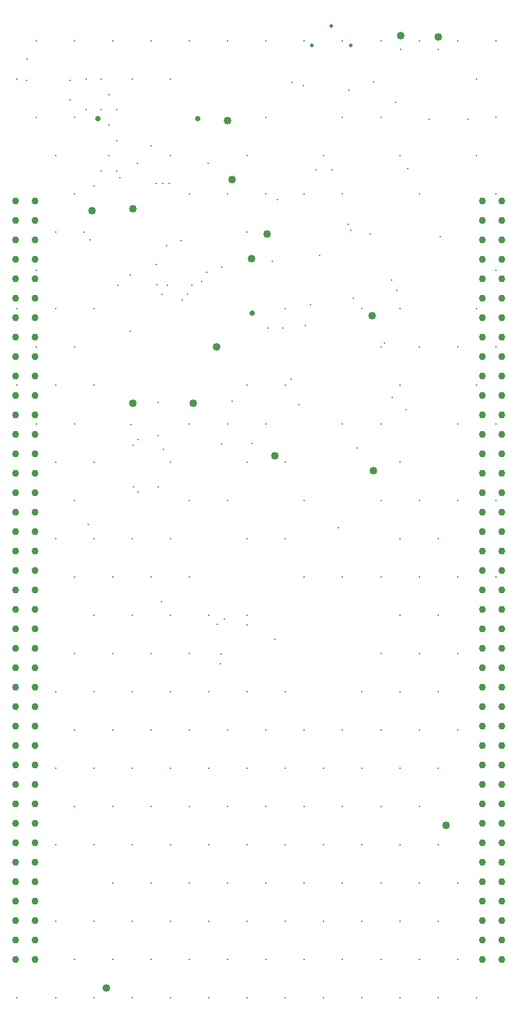
<source format=gbr>
%TF.GenerationSoftware,Altium Limited,Altium Designer,19.1.6 (110)*%
G04 Layer_Color=0*
%FSLAX26Y26*%
%MOIN*%
%TF.FileFunction,Plated,1,4,PTH,Drill*%
%TF.Part,Single*%
G01*
G75*
%TA.AperFunction,ComponentDrill*%
%ADD103C,0.040000*%
%ADD104C,0.020000*%
%ADD105C,0.036221*%
%ADD106C,0.027559*%
%ADD107C,0.040000*%
%TA.AperFunction,ViaDrill,NotFilled*%
%ADD108C,0.007000*%
%ADD109C,0.007874*%
%ADD110C,0.028000*%
D103*
X593000Y203000D02*
D03*
X2300000Y5095000D02*
D03*
X1460000Y2940000D02*
D03*
X1965000Y2865000D02*
D03*
X730000Y3210000D02*
D03*
X1040000D02*
D03*
X1420000Y4080000D02*
D03*
X2105000Y5100000D02*
D03*
D104*
X1650000Y5050000D02*
D03*
X1850000D02*
D03*
X1750000Y5150000D02*
D03*
D105*
X2627796Y348972D02*
D03*
Y448972D02*
D03*
Y548972D02*
D03*
Y648972D02*
D03*
Y748972D02*
D03*
Y848972D02*
D03*
Y948972D02*
D03*
Y1048972D02*
D03*
Y1148972D02*
D03*
Y1248972D02*
D03*
Y1348972D02*
D03*
Y1448972D02*
D03*
Y1548972D02*
D03*
Y1648972D02*
D03*
Y1748972D02*
D03*
Y1848972D02*
D03*
Y1948972D02*
D03*
Y2048972D02*
D03*
Y2148972D02*
D03*
Y2248972D02*
D03*
Y2348972D02*
D03*
Y2448972D02*
D03*
Y2548972D02*
D03*
Y2648972D02*
D03*
Y2748972D02*
D03*
Y2848972D02*
D03*
Y2948972D02*
D03*
Y3048972D02*
D03*
Y3148972D02*
D03*
Y3248972D02*
D03*
Y3348972D02*
D03*
Y3448972D02*
D03*
Y3548972D02*
D03*
Y3648972D02*
D03*
Y3748972D02*
D03*
Y3848972D02*
D03*
Y3948972D02*
D03*
Y4048972D02*
D03*
Y4148972D02*
D03*
Y4248972D02*
D03*
X2527796Y348972D02*
D03*
Y448972D02*
D03*
Y548972D02*
D03*
Y648972D02*
D03*
Y748972D02*
D03*
Y848972D02*
D03*
Y948972D02*
D03*
Y1048972D02*
D03*
Y1148972D02*
D03*
Y1248972D02*
D03*
Y1348972D02*
D03*
Y1448972D02*
D03*
Y1548972D02*
D03*
Y1648972D02*
D03*
Y1748972D02*
D03*
Y1848972D02*
D03*
Y1948972D02*
D03*
Y2048972D02*
D03*
Y2148972D02*
D03*
Y2248972D02*
D03*
Y2348972D02*
D03*
Y2448972D02*
D03*
Y2548972D02*
D03*
Y2648972D02*
D03*
Y2748972D02*
D03*
Y2848972D02*
D03*
Y2948972D02*
D03*
Y3048972D02*
D03*
Y3148972D02*
D03*
Y3248972D02*
D03*
Y3348972D02*
D03*
Y3448972D02*
D03*
Y3548972D02*
D03*
Y3648972D02*
D03*
Y3748972D02*
D03*
Y3848972D02*
D03*
Y3948972D02*
D03*
Y4048972D02*
D03*
Y4148972D02*
D03*
Y4248972D02*
D03*
X227796Y349956D02*
D03*
Y449956D02*
D03*
Y549956D02*
D03*
Y649956D02*
D03*
Y749956D02*
D03*
Y849956D02*
D03*
Y949956D02*
D03*
Y1049956D02*
D03*
Y1149956D02*
D03*
Y1249956D02*
D03*
Y1349956D02*
D03*
Y1449956D02*
D03*
Y1549956D02*
D03*
Y1649956D02*
D03*
Y1749956D02*
D03*
Y1849956D02*
D03*
Y1949956D02*
D03*
Y2049956D02*
D03*
Y2149956D02*
D03*
Y2249956D02*
D03*
Y2349956D02*
D03*
Y2449956D02*
D03*
Y2549956D02*
D03*
Y2649956D02*
D03*
Y2749956D02*
D03*
Y2849956D02*
D03*
Y2949956D02*
D03*
Y3049956D02*
D03*
Y3149956D02*
D03*
Y3249956D02*
D03*
Y3349956D02*
D03*
Y3449956D02*
D03*
Y3549956D02*
D03*
Y3649956D02*
D03*
Y3749956D02*
D03*
Y3849956D02*
D03*
Y3949956D02*
D03*
Y4049956D02*
D03*
Y4149956D02*
D03*
Y4249956D02*
D03*
X127796Y349956D02*
D03*
Y449956D02*
D03*
Y549956D02*
D03*
Y649956D02*
D03*
Y749956D02*
D03*
Y849956D02*
D03*
Y949956D02*
D03*
Y1049956D02*
D03*
Y1149956D02*
D03*
Y1249956D02*
D03*
Y1349956D02*
D03*
Y1449956D02*
D03*
Y1549956D02*
D03*
Y1649956D02*
D03*
Y1749956D02*
D03*
Y1849956D02*
D03*
Y1949956D02*
D03*
Y2049956D02*
D03*
Y2149956D02*
D03*
Y2249956D02*
D03*
Y2349956D02*
D03*
Y2449956D02*
D03*
Y2549956D02*
D03*
Y2649956D02*
D03*
Y2749956D02*
D03*
Y2849956D02*
D03*
Y2949956D02*
D03*
Y3049956D02*
D03*
Y3149956D02*
D03*
Y3249956D02*
D03*
Y3349956D02*
D03*
Y3449956D02*
D03*
Y3549956D02*
D03*
Y3649956D02*
D03*
Y3749956D02*
D03*
Y3849956D02*
D03*
Y3949956D02*
D03*
Y4049956D02*
D03*
Y4149956D02*
D03*
Y4249956D02*
D03*
D106*
X1062165Y4673740D02*
D03*
X547992D02*
D03*
D107*
X2340000Y1040000D02*
D03*
X1240000Y4360000D02*
D03*
X520000Y4200000D02*
D03*
X730000Y4210000D02*
D03*
X1215000Y4665000D02*
D03*
X1340000Y3955000D02*
D03*
X1960000Y3660000D02*
D03*
X1160000Y3500000D02*
D03*
D108*
X718931Y3100484D02*
D03*
X1315000Y2070000D02*
D03*
X2595159Y5073839D02*
D03*
X2496734Y4876988D02*
D03*
X2595159Y4680138D02*
D03*
X2496734Y4483288D02*
D03*
X2595159Y4286437D02*
D03*
Y3892736D02*
D03*
X2496734Y3695886D02*
D03*
X2595159Y3499035D02*
D03*
X2496734Y3302185D02*
D03*
X2595159Y3105335D02*
D03*
Y2711634D02*
D03*
Y2317933D02*
D03*
X2496734Y152579D02*
D03*
X2398309Y5073839D02*
D03*
Y3499035D02*
D03*
Y3105335D02*
D03*
Y2711634D02*
D03*
X2299884Y2514784D02*
D03*
X2398309Y2317933D02*
D03*
X2299884Y2121083D02*
D03*
X2398309Y1924232D02*
D03*
X2299884Y1727382D02*
D03*
X2398309Y1530532D02*
D03*
X2299884Y1333681D02*
D03*
Y939980D02*
D03*
X2398309Y743130D02*
D03*
X2299884Y546279D02*
D03*
X2398309Y349429D02*
D03*
X2299884Y152579D02*
D03*
X2201458Y5073839D02*
D03*
X2103033Y4483288D02*
D03*
X2201458Y4286437D02*
D03*
X2103033Y3695886D02*
D03*
X2201458Y3499035D02*
D03*
X2103033Y3302185D02*
D03*
Y2908484D02*
D03*
X2201458Y2711634D02*
D03*
X2103033Y2514784D02*
D03*
X2201458Y2317933D02*
D03*
X2103033Y2121083D02*
D03*
X2201458Y1924232D02*
D03*
X2103033Y1727382D02*
D03*
X2201458Y1530532D02*
D03*
X2103033Y1333681D02*
D03*
X2201458Y1136831D02*
D03*
X2103033Y939980D02*
D03*
X2201458Y743130D02*
D03*
X2103033Y546279D02*
D03*
X2201458Y349429D02*
D03*
X2103033Y152579D02*
D03*
X2004608Y5073839D02*
D03*
Y4680138D02*
D03*
X1906183Y3695886D02*
D03*
X2004608Y3499035D02*
D03*
Y3105335D02*
D03*
Y2711634D02*
D03*
Y2317933D02*
D03*
Y1924232D02*
D03*
X1906183Y1727382D02*
D03*
X2004608Y1530532D02*
D03*
X1906183Y1333681D02*
D03*
X2004608Y1136831D02*
D03*
X1906183Y939980D02*
D03*
X2004608Y743130D02*
D03*
X1906183Y546279D02*
D03*
X2004608Y349429D02*
D03*
X1906183Y152579D02*
D03*
X1807758Y5073839D02*
D03*
Y4680138D02*
D03*
X1709332Y4483288D02*
D03*
X1807758Y4286437D02*
D03*
Y1530532D02*
D03*
X1709332Y1333681D02*
D03*
X1807758Y1136831D02*
D03*
X1709332Y939980D02*
D03*
X1807758Y743130D02*
D03*
X1709332Y546279D02*
D03*
X1807758Y349429D02*
D03*
X1709332Y152579D02*
D03*
X1610907Y5073839D02*
D03*
Y4286437D02*
D03*
X1512482Y3695886D02*
D03*
Y1727382D02*
D03*
X1610907Y1530532D02*
D03*
X1512482Y1333681D02*
D03*
X1610907Y1136831D02*
D03*
X1512482Y939980D02*
D03*
X1610907Y743130D02*
D03*
X1512482Y546279D02*
D03*
X1610907Y349429D02*
D03*
X1512482Y152579D02*
D03*
X1414057Y5073839D02*
D03*
Y4680138D02*
D03*
X1315632Y4483288D02*
D03*
X1414057Y4286437D02*
D03*
X1315632Y4089587D02*
D03*
X1414057Y1530532D02*
D03*
X1315632Y1333681D02*
D03*
X1414057Y1136831D02*
D03*
X1315632Y939980D02*
D03*
X1414057Y743130D02*
D03*
X1315632Y546279D02*
D03*
X1414057Y349429D02*
D03*
X1315632Y152579D02*
D03*
X1217206Y5073839D02*
D03*
Y4286437D02*
D03*
Y1530532D02*
D03*
X1118781Y1333681D02*
D03*
X1217206Y1136831D02*
D03*
X1118781Y939980D02*
D03*
X1217206Y743130D02*
D03*
X1118781Y546279D02*
D03*
X1217206Y349429D02*
D03*
X1118781Y152579D02*
D03*
X1020356Y5073839D02*
D03*
X921931Y4876988D02*
D03*
Y4483288D02*
D03*
X1020356Y4286437D02*
D03*
Y1530532D02*
D03*
X921931Y1333681D02*
D03*
X1020356Y1136831D02*
D03*
X921931Y939980D02*
D03*
X1020356Y743130D02*
D03*
X921931Y546279D02*
D03*
X1020356Y349429D02*
D03*
X921931Y152579D02*
D03*
X823506Y5073839D02*
D03*
X725080Y4876988D02*
D03*
X823506Y1530532D02*
D03*
X725080Y1333681D02*
D03*
X823506Y1136831D02*
D03*
X725080Y939980D02*
D03*
X823506Y743130D02*
D03*
X725080Y546279D02*
D03*
X823506Y349429D02*
D03*
X725080Y152579D02*
D03*
X626655Y5073839D02*
D03*
X528230Y3695886D02*
D03*
X626655Y1530532D02*
D03*
X528230Y1333681D02*
D03*
X626655Y1136831D02*
D03*
X528230Y939980D02*
D03*
X626655Y743130D02*
D03*
X528230Y546279D02*
D03*
X626655Y349429D02*
D03*
X528230Y152579D02*
D03*
X429805Y5073839D02*
D03*
Y4680138D02*
D03*
X331380Y4483288D02*
D03*
X429805Y4286437D02*
D03*
X331380Y4089587D02*
D03*
Y3695886D02*
D03*
X429805Y3499035D02*
D03*
X331380Y3302185D02*
D03*
X429805Y3105335D02*
D03*
X331380Y2908484D02*
D03*
X429805Y2711634D02*
D03*
X331380Y2514784D02*
D03*
X429805Y2317933D02*
D03*
Y1924232D02*
D03*
X331380Y1727382D02*
D03*
X429805Y1530532D02*
D03*
X331380Y1333681D02*
D03*
X429805Y1136831D02*
D03*
X331380Y939980D02*
D03*
Y546279D02*
D03*
X429805Y349429D02*
D03*
X331380Y152579D02*
D03*
X232954Y5073839D02*
D03*
X134529Y4876988D02*
D03*
X232954Y4680138D02*
D03*
Y3892736D02*
D03*
X134529Y3695886D02*
D03*
X232954Y3499035D02*
D03*
X134529Y3302185D02*
D03*
X232954Y3105335D02*
D03*
X134529Y152579D02*
D03*
X1807758Y3105335D02*
D03*
Y2317933D02*
D03*
X1512482Y3302185D02*
D03*
Y2908484D02*
D03*
X1610907Y2711634D02*
D03*
X1512482Y2514784D02*
D03*
X1610907Y2317933D02*
D03*
X1315632Y3302185D02*
D03*
X1414057Y3105335D02*
D03*
X1315632Y2908484D02*
D03*
Y2514784D02*
D03*
Y2121083D02*
D03*
Y1727382D02*
D03*
X1217206Y3105335D02*
D03*
Y2711634D02*
D03*
X1118781Y2121083D02*
D03*
Y1727382D02*
D03*
X1020356Y3105335D02*
D03*
X921931Y2908484D02*
D03*
X1020356Y2711634D02*
D03*
X921931Y2514784D02*
D03*
X1020356Y2317933D02*
D03*
X921931Y2121083D02*
D03*
X1020356Y1924232D02*
D03*
X921931Y1727382D02*
D03*
X725080Y2514784D02*
D03*
X823506Y2317933D02*
D03*
X725080Y2121083D02*
D03*
X823506Y1924232D02*
D03*
X725080Y1727382D02*
D03*
X528230Y3302185D02*
D03*
Y2908484D02*
D03*
Y2514784D02*
D03*
X626655Y2317933D02*
D03*
X528230Y2121083D02*
D03*
X626655Y1924232D02*
D03*
X528230Y1727382D02*
D03*
X606996Y4798269D02*
D03*
X646366Y4719529D02*
D03*
X606996Y4640788D02*
D03*
X646366Y4562048D02*
D03*
X606996Y4483308D02*
D03*
X646366Y4404568D02*
D03*
X567626Y4877009D02*
D03*
Y4719529D02*
D03*
Y4404568D02*
D03*
X528256Y4325828D02*
D03*
X488885Y4877009D02*
D03*
Y4719529D02*
D03*
D109*
X1008000Y3770000D02*
D03*
X880000D02*
D03*
X716576Y3580424D02*
D03*
X1473000Y4256000D02*
D03*
X860000Y3045000D02*
D03*
X1605000Y4845000D02*
D03*
X732284Y2781000D02*
D03*
X860590Y2780984D02*
D03*
X1182024Y1919645D02*
D03*
X1180512Y1868960D02*
D03*
X2079000Y4757000D02*
D03*
X2144000Y4417000D02*
D03*
X2086000Y3791000D02*
D03*
X875000Y2190000D02*
D03*
X1163000Y2073000D02*
D03*
X1200000Y2100000D02*
D03*
X1460000Y1996457D02*
D03*
X662000Y4371000D02*
D03*
X717000Y3871000D02*
D03*
X1186614Y2999622D02*
D03*
X1863000Y3750000D02*
D03*
X1447528Y3940806D02*
D03*
X498278Y2586806D02*
D03*
X983190Y3740000D02*
D03*
X848000Y3922402D02*
D03*
X824000Y4533000D02*
D03*
X854000Y3819000D02*
D03*
X1032000Y3817000D02*
D03*
X905000Y3816000D02*
D03*
X884174Y4339016D02*
D03*
X851174Y4339000D02*
D03*
X1690846Y3969536D02*
D03*
X1343686Y3002488D02*
D03*
X2254000Y4669000D02*
D03*
X2453000D02*
D03*
X1787000Y2570000D02*
D03*
X1584000Y3205000D02*
D03*
X1084574Y3838654D02*
D03*
X1670000Y4410000D02*
D03*
X1753308D02*
D03*
X2300000Y5030000D02*
D03*
X2105000D02*
D03*
X754174Y4445000D02*
D03*
X1965000Y4865000D02*
D03*
X1840000Y4820000D02*
D03*
X977174Y4047000D02*
D03*
X904174Y4021000D02*
D03*
X915316Y4339016D02*
D03*
X885000Y2973528D02*
D03*
X757000Y2755024D02*
D03*
X1111174Y3884000D02*
D03*
X1641614Y3716614D02*
D03*
X1186260Y3911930D02*
D03*
X1543888Y3334882D02*
D03*
X1882000Y2982000D02*
D03*
X757820Y3022740D02*
D03*
X729000Y2994000D02*
D03*
X1115472Y4442442D02*
D03*
X405394Y4870000D02*
D03*
X182954D02*
D03*
X405394Y4770000D02*
D03*
X1545994Y4859927D02*
D03*
X861000Y3215000D02*
D03*
X1499000Y3596536D02*
D03*
X1423000Y3595536D02*
D03*
X2024016Y3518952D02*
D03*
X1240000Y3220000D02*
D03*
X1615000Y3610000D02*
D03*
X185000Y4980000D02*
D03*
X1950000Y4080000D02*
D03*
X1850000Y4100000D02*
D03*
X1835000Y4130000D02*
D03*
X2062000Y3240000D02*
D03*
X2308000Y4067000D02*
D03*
X2059000Y3843000D02*
D03*
X2133000Y3176000D02*
D03*
X652725Y3817275D02*
D03*
X478000Y4089000D02*
D03*
X510000Y4049000D02*
D03*
D110*
X1344000Y3673000D02*
D03*
%TF.MD5,79aa32597fabe55b813e139dcbe051dd*%
M02*

</source>
